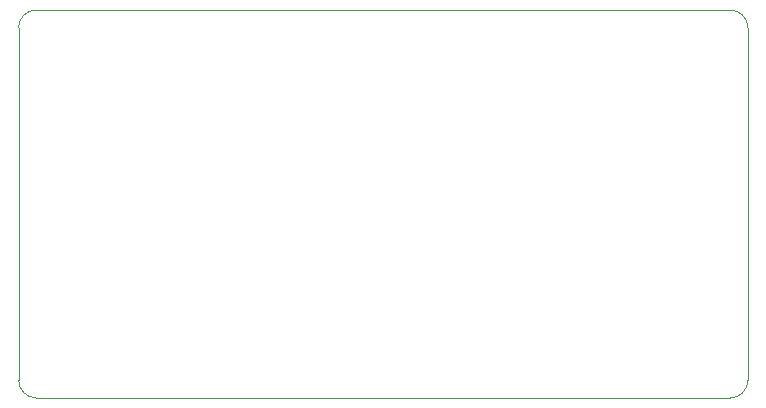
<source format=gbr>
%TF.GenerationSoftware,KiCad,Pcbnew,8.0.5*%
%TF.CreationDate,2024-09-24T02:20:12-04:00*%
%TF.ProjectId,ble_mcu_test_board,626c655f-6d63-4755-9f74-6573745f626f,rev?*%
%TF.SameCoordinates,Original*%
%TF.FileFunction,Profile,NP*%
%FSLAX46Y46*%
G04 Gerber Fmt 4.6, Leading zero omitted, Abs format (unit mm)*
G04 Created by KiCad (PCBNEW 8.0.5) date 2024-09-24 02:20:12*
%MOMM*%
%LPD*%
G01*
G04 APERTURE LIST*
%TA.AperFunction,Profile*%
%ADD10C,0.050000*%
%TD*%
G04 APERTURE END LIST*
D10*
X172550000Y-79150000D02*
G75*
G02*
X174050000Y-80650000I-100J-1500100D01*
G01*
X174050000Y-110500040D02*
G75*
G02*
X172550000Y-112000100I-1500100J40D01*
G01*
X174050000Y-110500040D02*
X174050000Y-80650000D01*
X113810660Y-112000000D02*
G75*
G02*
X112310700Y-110500000I40J1500000D01*
G01*
X113810660Y-112000000D02*
X172550000Y-112000040D01*
X112300000Y-80650000D02*
G75*
G02*
X113800000Y-79150000I1500100J-100D01*
G01*
X172550000Y-79150000D02*
X113800000Y-79150000D01*
X112300000Y-80650000D02*
X112310660Y-110500000D01*
M02*

</source>
